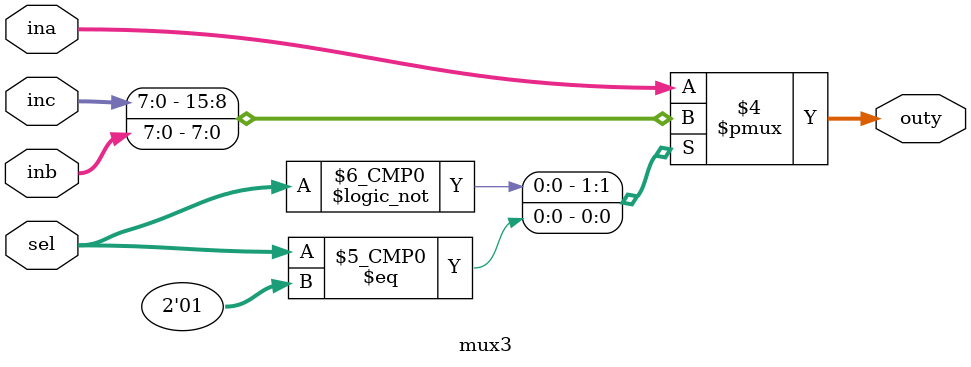
<source format=v>
module mux3
#(parameter
	m     = 8 //selecting m bits
)
(
    input [m-1 :0] ina,
    input [m-1 :0] inb,
    input [m-1 :0] inc,
    input [1:0] sel,
    output reg [m-1 :0]  outy
);
	
    always @(*)
    begin
    case(sel)
    2'b00: outy=inc;
    2'b01: outy=inb;
    2'b10: outy=ina;
    default: outy=ina;
    endcase
    end
	
endmodule

</source>
